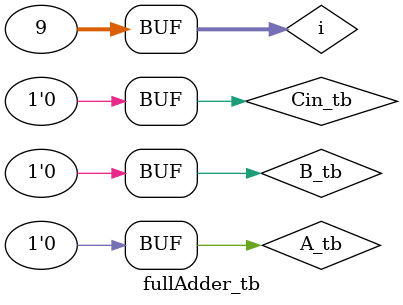
<source format=v>
module fullAdder_tb;// if it's testbech it is worth adding "_tb"
  // variable declaration, which are using in our testbench
  
  integer i; // For loop purposes 
  reg A_tb, B_tb, Cin_tb;
  wire S_tb, Cout_tb;
  
  fullAdder UUT(
    .A(A_tb),
    .B(B_tb),
    .Cin(Cin_tb),
    .S(S_tb),
    .Cout(Cout_tb)
  );
  
  initial
    begin
      $dumpfile("tb.vcd");
      $dumpvars;
      
      A_tb = 0;
      B_tb = 0;
      Cin_tb = 0;
      
      for(i = 1; i < 9; i = i+1)
        begin
          #5
          A_tb = 1^A_tb; // A_tb = 0101010101...
          B_tb = i>>1&1; // B_tb = 001100110011...
          Cin_tb = i>>2&1; // Cin_tb = 000011110000...
        end
    end
endmodule

</source>
